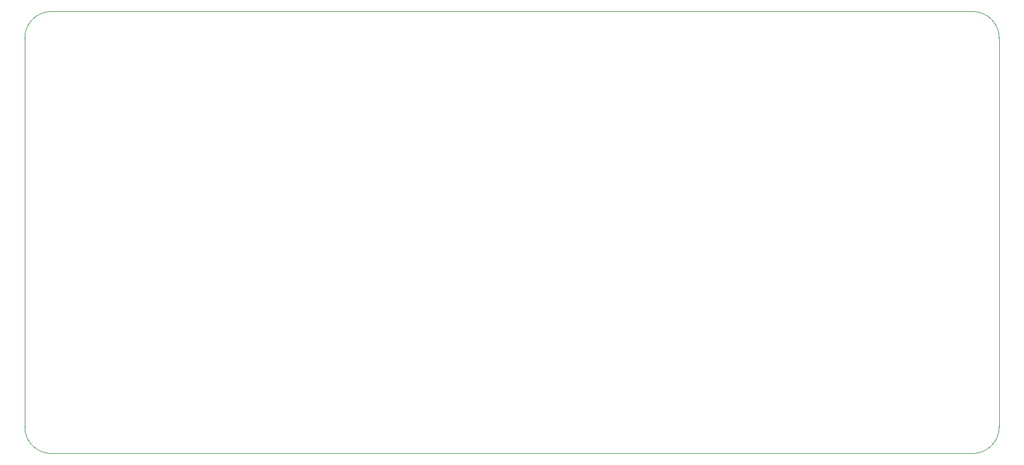
<source format=gbr>
G04 #@! TF.GenerationSoftware,KiCad,Pcbnew,(5.1.4)-1*
G04 #@! TF.CreationDate,2020-04-12T16:51:03+01:00*
G04 #@! TF.ProjectId,25v PSU,32357620-5053-4552-9e6b-696361645f70,rev?*
G04 #@! TF.SameCoordinates,Original*
G04 #@! TF.FileFunction,Profile,NP*
%FSLAX46Y46*%
G04 Gerber Fmt 4.6, Leading zero omitted, Abs format (unit mm)*
G04 Created by KiCad (PCBNEW (5.1.4)-1) date 2020-04-12 16:51:03*
%MOMM*%
%LPD*%
G04 APERTURE LIST*
%ADD10C,0.120000*%
G04 APERTURE END LIST*
D10*
X25400000Y-29210000D02*
X25400000Y-85090000D01*
X161290000Y-25400000D02*
X29210000Y-25400000D01*
X165100000Y-85090000D02*
X165100000Y-29210000D01*
X29210000Y-88900000D02*
X161290000Y-88900000D01*
X25400000Y-29210000D02*
G75*
G02X29210000Y-25400000I3810000J0D01*
G01*
X29210000Y-88900000D02*
G75*
G02X25400000Y-85090000I0J3810000D01*
G01*
X165100000Y-85090000D02*
G75*
G02X161290000Y-88900000I-3810000J0D01*
G01*
X161290000Y-25400000D02*
G75*
G02X165100000Y-29210000I0J-3810000D01*
G01*
M02*

</source>
